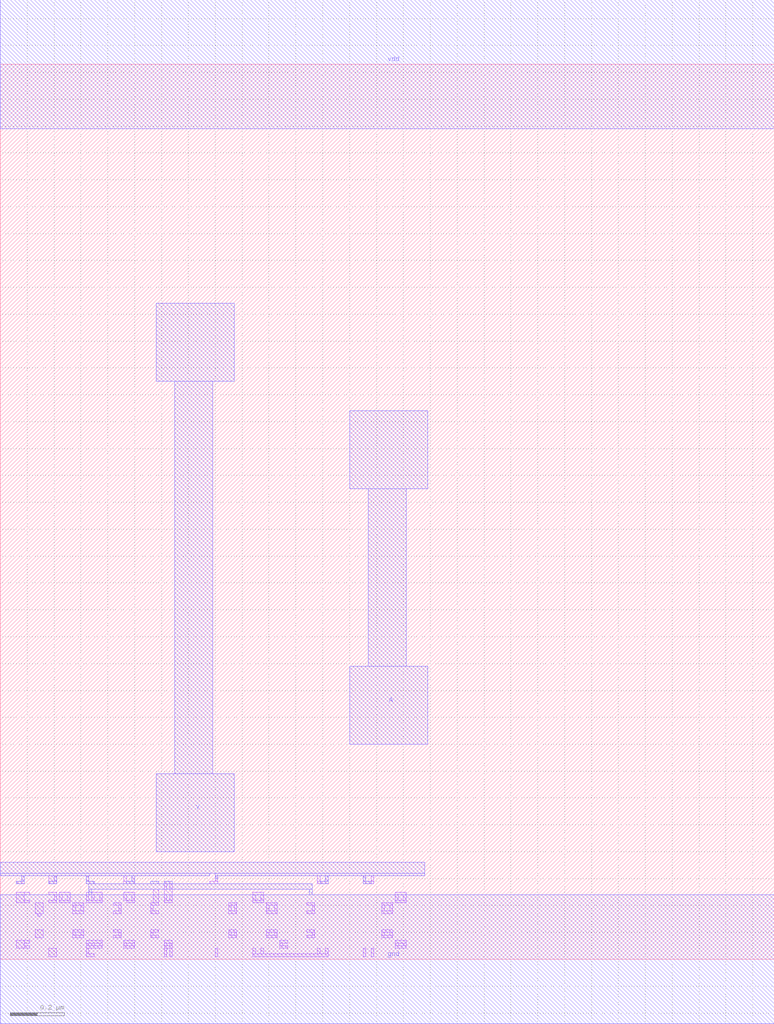
<source format=lef>
VERSION 5.7 ;
  NOWIREEXTENSIONATPIN ON ;
  DIVIDERCHAR "/" ;
  BUSBITCHARS "[]" ;
MACRO INV
  CLASS CORE ;
  FOREIGN INV ;
  ORIGIN 0.000 0.000 ;
  SIZE 2.880 BY 3.330 ;
  SYMMETRY X Y R90 ;
  SITE unit ;
  PIN vdd
    DIRECTION INOUT ;
    USE POWER ;
    SHAPE ABUTMENT ;
    PORT
      LAYER met1 ;
        RECT 0.000 3.090 2.880 3.570 ;
    END
  END vdd
  PIN gnd
    DIRECTION INOUT ;
    USE GROUND ;
    SHAPE ABUTMENT ;
    PORT
      LAYER met1 ;
        RECT 0.000 0.320 1.580 0.360 ;
        RECT 0.000 0.310 0.780 0.320 ;
        RECT 0.800 0.310 1.580 0.320 ;
        RECT 0.080 0.290 0.090 0.310 ;
        RECT 0.200 0.290 0.210 0.310 ;
        RECT 0.060 0.280 0.090 0.290 ;
        RECT 0.180 0.280 0.210 0.290 ;
        RECT 0.320 0.290 0.330 0.310 ;
        RECT 0.490 0.290 0.500 0.310 ;
        RECT 0.800 0.300 0.810 0.310 ;
        RECT 1.210 0.290 1.220 0.310 ;
        RECT 0.320 0.280 0.350 0.290 ;
        RECT 0.470 0.280 0.500 0.290 ;
        RECT 0.560 0.280 0.590 0.290 ;
        RECT 0.610 0.280 0.640 0.290 ;
        RECT 1.190 0.280 1.220 0.290 ;
        RECT 1.350 0.290 1.360 0.310 ;
        RECT 1.350 0.280 1.380 0.290 ;
        RECT 0.330 0.260 1.160 0.280 ;
        RECT 0.330 0.240 0.340 0.260 ;
        RECT 1.150 0.240 1.160 0.260 ;
        RECT 0.000 -0.240 2.880 0.240 ;
    END
  END gnd
  PIN Y
    DIRECTION INOUT ;
    USE SIGNAL ;
    SHAPE ABUTMENT ;
    PORT
      LAYER met1 ;
        RECT 0.580 2.150 0.870 2.440 ;
        RECT 0.650 0.690 0.790 2.150 ;
        RECT 0.580 0.400 0.870 0.690 ;
    END
  END Y
  PIN A
    DIRECTION INOUT ;
    USE SIGNAL ;
    SHAPE ABUTMENT ;
    PORT
      LAYER met1 ;
        RECT 1.300 1.750 1.590 2.040 ;
        RECT 1.370 1.090 1.510 1.750 ;
        RECT 1.300 0.800 1.590 1.090 ;
    END
  END A
  OBS
      LAYER li1 ;
        RECT 0.080 0.290 0.090 0.310 ;
        RECT 0.060 0.280 0.090 0.290 ;
      LAYER li1 ;
        RECT 0.180 0.280 0.210 0.310 ;
      LAYER li1 ;
        RECT 0.320 0.290 0.330 0.310 ;
        RECT 0.460 0.290 0.470 0.310 ;
        RECT 0.490 0.290 0.500 0.310 ;
        RECT 0.800 0.290 0.810 0.310 ;
        RECT 0.320 0.280 0.350 0.290 ;
        RECT 0.460 0.280 0.500 0.290 ;
        RECT 0.610 0.280 0.640 0.290 ;
        RECT 0.780 0.280 0.810 0.290 ;
        RECT 1.180 0.290 1.190 0.310 ;
        RECT 1.210 0.290 1.220 0.310 ;
        RECT 1.180 0.280 1.220 0.290 ;
        RECT 1.350 0.290 1.360 0.310 ;
        RECT 1.380 0.290 1.390 0.310 ;
        RECT 1.350 0.280 1.390 0.290 ;
        RECT 0.610 0.260 0.620 0.280 ;
        RECT 0.630 0.260 0.640 0.280 ;
      LAYER li1 ;
        RECT 0.060 0.210 0.090 0.250 ;
      LAYER li1 ;
        RECT 0.090 0.240 0.110 0.250 ;
        RECT 0.180 0.240 0.210 0.250 ;
        RECT 0.200 0.220 0.210 0.240 ;
        RECT 0.090 0.210 0.110 0.220 ;
        RECT 0.180 0.210 0.210 0.220 ;
        RECT 0.220 0.240 0.260 0.250 ;
        RECT 0.220 0.220 0.230 0.240 ;
        RECT 0.250 0.220 0.260 0.240 ;
        RECT 0.220 0.210 0.260 0.220 ;
        RECT 0.320 0.240 0.380 0.250 ;
        RECT 0.320 0.220 0.330 0.240 ;
        RECT 0.340 0.220 0.350 0.240 ;
        RECT 0.370 0.220 0.380 0.240 ;
        RECT 0.460 0.240 0.500 0.250 ;
        RECT 0.460 0.220 0.470 0.240 ;
        RECT 0.490 0.220 0.500 0.240 ;
        RECT 0.320 0.210 0.380 0.220 ;
        RECT 0.470 0.210 0.500 0.220 ;
        RECT 0.570 0.210 0.590 0.260 ;
        RECT 0.610 0.240 0.640 0.260 ;
        RECT 0.610 0.220 0.620 0.240 ;
        RECT 0.630 0.220 0.640 0.240 ;
        RECT 0.610 0.210 0.640 0.220 ;
        RECT 0.940 0.240 0.980 0.250 ;
        RECT 0.940 0.220 0.950 0.240 ;
        RECT 0.970 0.220 0.980 0.240 ;
        RECT 0.940 0.210 0.980 0.220 ;
        RECT 1.470 0.240 1.510 0.250 ;
        RECT 1.470 0.220 1.480 0.240 ;
        RECT 1.500 0.220 1.510 0.240 ;
        RECT 1.470 0.210 1.510 0.220 ;
      LAYER li1 ;
        RECT 0.130 0.170 0.160 0.210 ;
      LAYER li1 ;
        RECT 0.270 0.200 0.310 0.210 ;
        RECT 0.420 0.200 0.450 0.210 ;
        RECT 0.270 0.180 0.280 0.200 ;
        RECT 0.300 0.180 0.310 0.200 ;
        RECT 0.440 0.180 0.450 0.200 ;
        RECT 0.270 0.170 0.310 0.180 ;
        RECT 0.420 0.170 0.450 0.180 ;
        RECT 0.560 0.200 0.590 0.210 ;
        RECT 0.850 0.200 0.880 0.210 ;
        RECT 0.560 0.180 0.570 0.200 ;
        RECT 0.850 0.180 0.860 0.200 ;
        RECT 0.870 0.180 0.880 0.200 ;
        RECT 0.560 0.170 0.590 0.180 ;
        RECT 0.850 0.170 0.880 0.180 ;
        RECT 0.990 0.200 1.030 0.210 ;
        RECT 1.140 0.200 1.170 0.210 ;
        RECT 0.990 0.180 1.000 0.200 ;
        RECT 1.020 0.180 1.030 0.200 ;
        RECT 1.160 0.180 1.170 0.200 ;
        RECT 0.990 0.170 1.030 0.180 ;
        RECT 1.140 0.170 1.170 0.180 ;
        RECT 1.420 0.200 1.460 0.210 ;
        RECT 1.420 0.180 1.430 0.200 ;
        RECT 1.450 0.180 1.460 0.200 ;
        RECT 1.420 0.170 1.460 0.180 ;
        RECT 0.140 0.160 0.150 0.170 ;
      LAYER li1 ;
        RECT 0.130 0.080 0.160 0.110 ;
      LAYER li1 ;
        RECT 0.270 0.100 0.310 0.110 ;
        RECT 0.420 0.100 0.450 0.110 ;
        RECT 0.270 0.090 0.280 0.100 ;
        RECT 0.300 0.090 0.310 0.100 ;
        RECT 0.440 0.090 0.450 0.100 ;
        RECT 0.270 0.080 0.310 0.090 ;
        RECT 0.420 0.080 0.450 0.090 ;
        RECT 0.560 0.100 0.590 0.110 ;
        RECT 0.850 0.100 0.880 0.110 ;
        RECT 0.560 0.090 0.570 0.100 ;
        RECT 0.850 0.090 0.860 0.100 ;
        RECT 0.870 0.090 0.880 0.100 ;
        RECT 0.560 0.080 0.590 0.090 ;
        RECT 0.850 0.080 0.880 0.090 ;
        RECT 0.990 0.100 1.030 0.110 ;
        RECT 1.140 0.100 1.170 0.110 ;
        RECT 0.990 0.090 1.000 0.100 ;
        RECT 1.020 0.090 1.030 0.100 ;
        RECT 1.160 0.090 1.170 0.100 ;
        RECT 0.990 0.080 1.030 0.090 ;
        RECT 1.140 0.080 1.170 0.090 ;
        RECT 1.420 0.100 1.460 0.110 ;
        RECT 1.420 0.090 1.430 0.100 ;
        RECT 1.450 0.090 1.460 0.100 ;
        RECT 1.420 0.080 1.460 0.090 ;
      LAYER li1 ;
        RECT 0.060 0.040 0.090 0.070 ;
      LAYER li1 ;
        RECT 0.090 0.060 0.110 0.070 ;
        RECT 0.320 0.060 0.380 0.070 ;
        RECT 0.320 0.050 0.330 0.060 ;
        RECT 0.340 0.050 0.350 0.060 ;
        RECT 0.370 0.050 0.380 0.060 ;
        RECT 0.090 0.040 0.110 0.050 ;
        RECT 0.320 0.040 0.380 0.050 ;
        RECT 0.460 0.060 0.500 0.070 ;
        RECT 0.460 0.050 0.470 0.060 ;
        RECT 0.490 0.050 0.500 0.060 ;
        RECT 0.460 0.040 0.500 0.050 ;
        RECT 0.610 0.060 0.640 0.070 ;
        RECT 0.610 0.050 0.620 0.060 ;
        RECT 0.630 0.050 0.640 0.060 ;
        RECT 0.610 0.040 0.640 0.050 ;
        RECT 1.040 0.060 1.070 0.070 ;
        RECT 1.470 0.060 1.510 0.070 ;
        RECT 1.040 0.050 1.050 0.060 ;
        RECT 1.470 0.050 1.480 0.060 ;
        RECT 1.500 0.050 1.510 0.060 ;
        RECT 1.040 0.040 1.070 0.050 ;
        RECT 1.470 0.040 1.510 0.050 ;
      LAYER li1 ;
        RECT 0.180 0.010 0.210 0.040 ;
      LAYER li1 ;
        RECT 0.320 0.020 0.330 0.040 ;
        RECT 0.320 0.010 0.350 0.020 ;
        RECT 0.610 0.010 0.620 0.040 ;
        RECT 0.630 0.010 0.640 0.040 ;
        RECT 0.800 0.010 0.810 0.040 ;
        RECT 0.940 0.020 0.950 0.040 ;
        RECT 0.970 0.020 0.980 0.040 ;
        RECT 1.180 0.020 1.190 0.040 ;
        RECT 1.210 0.020 1.220 0.040 ;
        RECT 0.940 0.010 1.220 0.020 ;
        RECT 1.350 0.010 1.360 0.040 ;
        RECT 1.380 0.010 1.390 0.040 ;
  END
END INV
END LIBRARY


</source>
